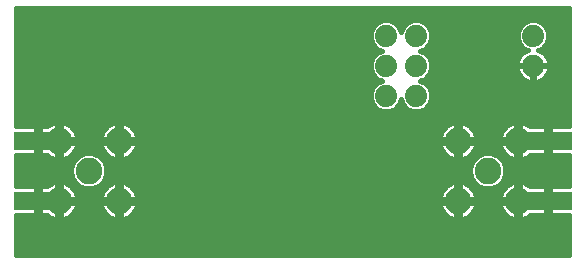
<source format=gbl>
G75*
%MOIN*%
%OFA0B0*%
%FSLAX24Y24*%
%IPPOS*%
%LPD*%
%AMOC8*
5,1,8,0,0,1.08239X$1,22.5*
%
%ADD10R,0.1600X0.0600*%
%ADD11C,0.0740*%
%ADD12C,0.0886*%
%ADD13C,0.0160*%
%ADD14C,0.0356*%
D10*
X001080Y002180D03*
X001080Y004180D03*
X018080Y004180D03*
X018080Y002180D03*
D11*
X013680Y005680D03*
X012680Y005680D03*
X012680Y006680D03*
X013680Y006680D03*
X013680Y007680D03*
X012680Y007680D03*
X017580Y007680D03*
X017580Y006680D03*
D12*
X017080Y004180D03*
X016080Y003180D03*
X015080Y002180D03*
X017080Y002180D03*
X015080Y004180D03*
X003780Y004180D03*
X001780Y004180D03*
X002780Y003180D03*
X001780Y002180D03*
X003780Y002180D03*
D13*
X000360Y001700D02*
X000360Y000360D01*
X018770Y000360D01*
X018770Y001700D01*
X018150Y001700D01*
X018150Y002110D01*
X018010Y002110D01*
X018010Y001700D01*
X017479Y001700D01*
X017406Y001647D01*
X017319Y001603D01*
X017226Y001572D01*
X017148Y001560D01*
X017148Y001758D01*
X017136Y001769D01*
X017112Y001811D01*
X017100Y001856D01*
X017100Y002110D01*
X017148Y002110D01*
X017148Y002112D01*
X017012Y002112D01*
X017012Y001560D01*
X016934Y001572D01*
X016841Y001603D01*
X016754Y001647D01*
X016674Y001705D01*
X016605Y001774D01*
X016547Y001854D01*
X016503Y001941D01*
X016472Y002034D01*
X016460Y002112D01*
X017012Y002112D01*
X017012Y002248D01*
X017012Y002800D01*
X016934Y002788D01*
X016841Y002757D01*
X016754Y002713D01*
X016674Y002655D01*
X016605Y002586D01*
X016547Y002506D01*
X016503Y002419D01*
X016472Y002326D01*
X016460Y002248D01*
X017012Y002248D01*
X017148Y002248D01*
X017148Y002250D01*
X017100Y002250D01*
X017100Y002504D01*
X017112Y002549D01*
X017136Y002591D01*
X017148Y002602D01*
X017148Y002800D01*
X017226Y002788D01*
X017319Y002757D01*
X017406Y002713D01*
X017479Y002660D01*
X018010Y002660D01*
X018010Y002250D01*
X018150Y002250D01*
X018150Y002660D01*
X018770Y002660D01*
X018770Y003700D01*
X018150Y003700D01*
X018150Y004110D01*
X018010Y004110D01*
X018010Y003700D01*
X017479Y003700D01*
X017406Y003647D01*
X017319Y003603D01*
X017226Y003572D01*
X017148Y003560D01*
X017148Y003758D01*
X017136Y003769D01*
X017112Y003811D01*
X017100Y003856D01*
X017100Y004110D01*
X017148Y004110D01*
X017148Y004112D01*
X017012Y004112D01*
X017012Y003560D01*
X016934Y003572D01*
X016841Y003603D01*
X016754Y003647D01*
X016674Y003705D01*
X016605Y003774D01*
X016547Y003854D01*
X016503Y003941D01*
X016472Y004034D01*
X016460Y004112D01*
X017012Y004112D01*
X017012Y004248D01*
X016460Y004248D01*
X016472Y004326D01*
X016503Y004419D01*
X016547Y004506D01*
X016605Y004586D01*
X016674Y004655D01*
X016754Y004713D01*
X016841Y004757D01*
X016934Y004788D01*
X017012Y004800D01*
X017012Y004248D01*
X017148Y004248D01*
X017148Y004250D01*
X017100Y004250D01*
X017100Y004504D01*
X017112Y004549D01*
X017136Y004591D01*
X017148Y004602D01*
X017148Y004800D01*
X017226Y004788D01*
X017319Y004757D01*
X017406Y004713D01*
X017479Y004660D01*
X018010Y004660D01*
X018010Y004250D01*
X018150Y004250D01*
X018150Y004660D01*
X018770Y004660D01*
X018770Y008596D01*
X000360Y008596D01*
X000360Y004660D01*
X001010Y004660D01*
X001010Y004250D01*
X001150Y004250D01*
X001150Y004660D01*
X001381Y004660D01*
X001454Y004713D01*
X001541Y004757D01*
X001634Y004788D01*
X001712Y004800D01*
X001712Y004660D01*
X001848Y004660D01*
X001848Y004800D01*
X001926Y004788D01*
X002019Y004757D01*
X002106Y004713D01*
X002186Y004655D01*
X002255Y004586D01*
X002313Y004506D01*
X002357Y004419D01*
X002388Y004326D01*
X002400Y004248D01*
X001848Y004248D01*
X001848Y004112D01*
X002400Y004112D01*
X002388Y004034D01*
X002357Y003941D01*
X002313Y003854D01*
X002255Y003774D01*
X002186Y003705D01*
X002106Y003647D01*
X002019Y003603D01*
X001926Y003572D01*
X001848Y003560D01*
X001848Y003700D01*
X001712Y003700D01*
X001712Y003560D01*
X001634Y003572D01*
X001541Y003603D01*
X001454Y003647D01*
X001381Y003700D01*
X001150Y003700D01*
X001150Y004110D01*
X001150Y004250D01*
X001160Y004250D01*
X001160Y004248D01*
X001712Y004248D01*
X001712Y004112D01*
X001160Y004112D01*
X001160Y004110D01*
X001150Y004110D01*
X001010Y004110D01*
X001010Y003700D01*
X000360Y003700D01*
X000360Y002660D01*
X001010Y002660D01*
X001010Y002250D01*
X001150Y002250D01*
X001150Y002660D01*
X001381Y002660D01*
X001454Y002713D01*
X001541Y002757D01*
X001634Y002788D01*
X001712Y002800D01*
X001712Y002660D01*
X001848Y002660D01*
X001848Y002800D01*
X001926Y002788D01*
X002019Y002757D01*
X002106Y002713D01*
X002186Y002655D01*
X002255Y002586D01*
X002313Y002506D01*
X002357Y002419D01*
X002388Y002326D01*
X002400Y002248D01*
X001848Y002248D01*
X001848Y002112D01*
X002400Y002112D01*
X002388Y002034D01*
X002357Y001941D01*
X002313Y001854D01*
X002255Y001774D01*
X002186Y001705D01*
X002106Y001647D01*
X002019Y001603D01*
X001926Y001572D01*
X001848Y001560D01*
X001848Y001700D01*
X001712Y001700D01*
X001712Y001560D01*
X001634Y001572D01*
X001541Y001603D01*
X001454Y001647D01*
X001381Y001700D01*
X001150Y001700D01*
X001150Y002110D01*
X001150Y002250D01*
X001160Y002250D01*
X001160Y002248D01*
X001712Y002248D01*
X001712Y002112D01*
X001160Y002112D01*
X001160Y002110D01*
X001150Y002110D01*
X001010Y002110D01*
X001010Y001700D01*
X000360Y001700D01*
X000360Y001607D02*
X001533Y001607D01*
X001712Y001607D02*
X001848Y001607D01*
X002027Y001607D02*
X003533Y001607D01*
X003541Y001603D02*
X003634Y001572D01*
X003712Y001560D01*
X003712Y002112D01*
X003160Y002112D01*
X003172Y002034D01*
X003203Y001941D01*
X003247Y001854D01*
X003305Y001774D01*
X003374Y001705D01*
X003454Y001647D01*
X003541Y001603D01*
X003712Y001607D02*
X003848Y001607D01*
X003848Y001560D02*
X003926Y001572D01*
X004019Y001603D01*
X004106Y001647D01*
X004186Y001705D01*
X004255Y001774D01*
X004313Y001854D01*
X004357Y001941D01*
X004388Y002034D01*
X004400Y002112D01*
X003848Y002112D01*
X003848Y002248D01*
X003712Y002248D01*
X003712Y002112D01*
X003848Y002112D01*
X003848Y001560D01*
X004027Y001607D02*
X014833Y001607D01*
X014841Y001603D02*
X014934Y001572D01*
X015012Y001560D01*
X015012Y002112D01*
X015148Y002112D01*
X015148Y002248D01*
X015700Y002248D01*
X015688Y002326D01*
X015657Y002419D01*
X015613Y002506D01*
X015555Y002586D01*
X015486Y002655D01*
X015406Y002713D01*
X015319Y002757D01*
X015226Y002788D01*
X015148Y002800D01*
X015148Y002248D01*
X015012Y002248D01*
X015012Y002112D01*
X014460Y002112D01*
X014472Y002034D01*
X014503Y001941D01*
X014547Y001854D01*
X014605Y001774D01*
X014674Y001705D01*
X014754Y001647D01*
X014841Y001603D01*
X015012Y001607D02*
X015148Y001607D01*
X015148Y001560D02*
X015226Y001572D01*
X015319Y001603D01*
X015406Y001647D01*
X015486Y001705D01*
X015555Y001774D01*
X015613Y001854D01*
X015657Y001941D01*
X015688Y002034D01*
X015700Y002112D01*
X015148Y002112D01*
X015148Y001560D01*
X015327Y001607D02*
X016833Y001607D01*
X017012Y001607D02*
X017148Y001607D01*
X017327Y001607D02*
X018770Y001607D01*
X018770Y001448D02*
X000360Y001448D01*
X000360Y001290D02*
X018770Y001290D01*
X018770Y001131D02*
X000360Y001131D01*
X000360Y000973D02*
X018770Y000973D01*
X018770Y000814D02*
X000360Y000814D01*
X000360Y000656D02*
X018770Y000656D01*
X018770Y000497D02*
X000360Y000497D01*
X001010Y001765D02*
X001150Y001765D01*
X001150Y001924D02*
X001010Y001924D01*
X001010Y002082D02*
X001150Y002082D01*
X001150Y002241D02*
X001712Y002241D01*
X001848Y002241D02*
X003712Y002241D01*
X003712Y002248D02*
X003160Y002248D01*
X003172Y002326D01*
X003203Y002419D01*
X003247Y002506D01*
X003305Y002586D01*
X003374Y002655D01*
X003454Y002713D01*
X003541Y002757D01*
X003634Y002788D01*
X003712Y002800D01*
X003712Y002248D01*
X003848Y002248D02*
X003848Y002800D01*
X003926Y002788D01*
X004019Y002757D01*
X004106Y002713D01*
X004186Y002655D01*
X004255Y002586D01*
X004313Y002506D01*
X004357Y002419D01*
X004388Y002326D01*
X004400Y002248D01*
X003848Y002248D01*
X003848Y002241D02*
X015012Y002241D01*
X015012Y002248D02*
X014460Y002248D01*
X014472Y002326D01*
X014503Y002419D01*
X014547Y002506D01*
X014605Y002586D01*
X014674Y002655D01*
X014754Y002713D01*
X014841Y002757D01*
X014934Y002788D01*
X015012Y002800D01*
X015012Y002248D01*
X015148Y002241D02*
X017012Y002241D01*
X017148Y002241D02*
X018010Y002241D01*
X018010Y002250D02*
X018010Y002110D01*
X017700Y002110D01*
X017700Y002112D01*
X017148Y002112D01*
X017148Y002248D01*
X017700Y002248D01*
X017700Y002250D01*
X018010Y002250D01*
X018010Y002399D02*
X018150Y002399D01*
X018150Y002558D02*
X018010Y002558D01*
X017400Y002716D02*
X018770Y002716D01*
X018770Y002875D02*
X016584Y002875D01*
X016574Y002850D02*
X016663Y003064D01*
X016663Y003296D01*
X016574Y003510D01*
X016410Y003674D01*
X016196Y003763D01*
X015964Y003763D01*
X015750Y003674D01*
X015586Y003510D01*
X015497Y003296D01*
X015497Y003064D01*
X015586Y002850D01*
X015750Y002686D01*
X015964Y002597D01*
X016196Y002597D01*
X016410Y002686D01*
X016574Y002850D01*
X016440Y002716D02*
X016760Y002716D01*
X017012Y002716D02*
X017148Y002716D01*
X017117Y002558D02*
X017012Y002558D01*
X017012Y002399D02*
X017100Y002399D01*
X017100Y002082D02*
X017012Y002082D01*
X017012Y001924D02*
X017100Y001924D01*
X017140Y001765D02*
X017012Y001765D01*
X016614Y001765D02*
X015546Y001765D01*
X015648Y001924D02*
X016512Y001924D01*
X016465Y002082D02*
X015695Y002082D01*
X015148Y002082D02*
X015012Y002082D01*
X015012Y001924D02*
X015148Y001924D01*
X015148Y001765D02*
X015012Y001765D01*
X014614Y001765D02*
X004246Y001765D01*
X004348Y001924D02*
X014512Y001924D01*
X014465Y002082D02*
X004395Y002082D01*
X003848Y002082D02*
X003712Y002082D01*
X003712Y001924D02*
X003848Y001924D01*
X003848Y001765D02*
X003712Y001765D01*
X003314Y001765D02*
X002246Y001765D01*
X002348Y001924D02*
X003212Y001924D01*
X003165Y002082D02*
X002395Y002082D01*
X002364Y002399D02*
X003196Y002399D01*
X003284Y002558D02*
X002276Y002558D01*
X002450Y002686D02*
X002664Y002597D01*
X002896Y002597D01*
X003110Y002686D01*
X003274Y002850D01*
X003363Y003064D01*
X003363Y003296D01*
X003274Y003510D01*
X003110Y003674D01*
X002896Y003763D01*
X002664Y003763D01*
X002450Y003674D01*
X002286Y003510D01*
X002197Y003296D01*
X002197Y003064D01*
X002286Y002850D01*
X002450Y002686D01*
X002420Y002716D02*
X002100Y002716D01*
X001848Y002716D02*
X001712Y002716D01*
X001460Y002716D02*
X000360Y002716D01*
X000360Y002875D02*
X002276Y002875D01*
X002210Y003033D02*
X000360Y003033D01*
X000360Y003192D02*
X002197Y003192D01*
X002219Y003350D02*
X000360Y003350D01*
X000360Y003509D02*
X002285Y003509D01*
X002134Y003667D02*
X002443Y003667D01*
X002292Y003826D02*
X003268Y003826D01*
X003247Y003854D02*
X003305Y003774D01*
X003374Y003705D01*
X003454Y003647D01*
X003541Y003603D01*
X003634Y003572D01*
X003712Y003560D01*
X003712Y004112D01*
X003160Y004112D01*
X003172Y004034D01*
X003203Y003941D01*
X003247Y003854D01*
X003189Y003984D02*
X002371Y003984D01*
X001848Y004143D02*
X003712Y004143D01*
X003712Y004112D02*
X003712Y004248D01*
X003160Y004248D01*
X003172Y004326D01*
X003203Y004419D01*
X003247Y004506D01*
X003305Y004586D01*
X003374Y004655D01*
X003454Y004713D01*
X003541Y004757D01*
X003634Y004788D01*
X003712Y004800D01*
X003712Y004248D01*
X003848Y004248D01*
X003848Y004800D01*
X003926Y004788D01*
X004019Y004757D01*
X004106Y004713D01*
X004186Y004655D01*
X004255Y004586D01*
X004313Y004506D01*
X004357Y004419D01*
X004388Y004326D01*
X004400Y004248D01*
X003848Y004248D01*
X003848Y004112D01*
X004400Y004112D01*
X004388Y004034D01*
X004357Y003941D01*
X004313Y003854D01*
X004255Y003774D01*
X004186Y003705D01*
X004106Y003647D01*
X004019Y003603D01*
X003926Y003572D01*
X003848Y003560D01*
X003848Y004112D01*
X003712Y004112D01*
X003712Y003984D02*
X003848Y003984D01*
X003848Y003826D02*
X003712Y003826D01*
X003712Y003667D02*
X003848Y003667D01*
X004134Y003667D02*
X014726Y003667D01*
X014754Y003647D02*
X014674Y003705D01*
X014605Y003774D01*
X014547Y003854D01*
X014503Y003941D01*
X014472Y004034D01*
X014460Y004112D01*
X015012Y004112D01*
X015148Y004112D01*
X015148Y004248D01*
X015700Y004248D01*
X015688Y004326D01*
X015657Y004419D01*
X015613Y004506D01*
X015555Y004586D01*
X015486Y004655D01*
X015406Y004713D01*
X015319Y004757D01*
X015226Y004788D01*
X015148Y004800D01*
X015148Y004248D01*
X015012Y004248D01*
X015012Y004112D01*
X015012Y003560D01*
X014934Y003572D01*
X014841Y003603D01*
X014754Y003647D01*
X015012Y003667D02*
X015148Y003667D01*
X015148Y003560D02*
X015226Y003572D01*
X015319Y003603D01*
X015406Y003647D01*
X015486Y003705D01*
X015555Y003774D01*
X015613Y003854D01*
X015657Y003941D01*
X015688Y004034D01*
X015700Y004112D01*
X015148Y004112D01*
X015148Y003560D01*
X015434Y003667D02*
X015743Y003667D01*
X015585Y003509D02*
X003275Y003509D01*
X003426Y003667D02*
X003117Y003667D01*
X003341Y003350D02*
X015519Y003350D01*
X015497Y003192D02*
X003363Y003192D01*
X003350Y003033D02*
X015510Y003033D01*
X015576Y002875D02*
X003284Y002875D01*
X003140Y002716D02*
X003460Y002716D01*
X003712Y002716D02*
X003848Y002716D01*
X004100Y002716D02*
X014760Y002716D01*
X015012Y002716D02*
X015148Y002716D01*
X015400Y002716D02*
X015720Y002716D01*
X015576Y002558D02*
X016584Y002558D01*
X016496Y002399D02*
X015664Y002399D01*
X015148Y002399D02*
X015012Y002399D01*
X015012Y002558D02*
X015148Y002558D01*
X014584Y002558D02*
X004276Y002558D01*
X004364Y002399D02*
X014496Y002399D01*
X016650Y003033D02*
X018770Y003033D01*
X018770Y003192D02*
X016663Y003192D01*
X016641Y003350D02*
X018770Y003350D01*
X018770Y003509D02*
X016575Y003509D01*
X016726Y003667D02*
X016417Y003667D01*
X016568Y003826D02*
X015592Y003826D01*
X015671Y003984D02*
X016489Y003984D01*
X017012Y003984D02*
X017100Y003984D01*
X017148Y004112D02*
X017148Y004248D01*
X017700Y004248D01*
X017700Y004250D01*
X018010Y004250D01*
X018010Y004110D01*
X017700Y004110D01*
X017700Y004112D01*
X017148Y004112D01*
X017148Y004143D02*
X018010Y004143D01*
X018010Y004301D02*
X018150Y004301D01*
X018150Y004460D02*
X018010Y004460D01*
X018010Y004618D02*
X018150Y004618D01*
X018770Y004777D02*
X017260Y004777D01*
X017148Y004777D02*
X017012Y004777D01*
X016900Y004777D02*
X015260Y004777D01*
X015148Y004777D02*
X015012Y004777D01*
X015012Y004800D02*
X014934Y004788D01*
X014841Y004757D01*
X014754Y004713D01*
X014674Y004655D01*
X014605Y004586D01*
X014547Y004506D01*
X014503Y004419D01*
X014472Y004326D01*
X014460Y004248D01*
X015012Y004248D01*
X015012Y004800D01*
X014900Y004777D02*
X003960Y004777D01*
X003848Y004777D02*
X003712Y004777D01*
X003600Y004777D02*
X001960Y004777D01*
X001848Y004777D02*
X001712Y004777D01*
X001600Y004777D02*
X000360Y004777D01*
X000360Y004935D02*
X018770Y004935D01*
X018770Y005094D02*
X000360Y005094D01*
X000360Y005252D02*
X012387Y005252D01*
X012391Y005248D02*
X012579Y005170D01*
X012781Y005170D01*
X012969Y005248D01*
X013112Y005391D01*
X013180Y005554D01*
X013248Y005391D01*
X013391Y005248D01*
X013579Y005170D01*
X013781Y005170D01*
X013969Y005248D01*
X014112Y005391D01*
X014190Y005579D01*
X014190Y005781D01*
X014112Y005969D01*
X013969Y006112D01*
X013806Y006180D01*
X013969Y006248D01*
X014112Y006391D01*
X014190Y006579D01*
X014190Y006781D01*
X014112Y006969D01*
X013969Y007112D01*
X013806Y007180D01*
X013969Y007248D01*
X014112Y007391D01*
X014190Y007579D01*
X014190Y007781D01*
X014112Y007969D01*
X013969Y008112D01*
X013781Y008190D01*
X013579Y008190D01*
X013391Y008112D01*
X013248Y007969D01*
X013180Y007806D01*
X013112Y007969D01*
X012969Y008112D01*
X012781Y008190D01*
X012579Y008190D01*
X012391Y008112D01*
X012248Y007969D01*
X012170Y007781D01*
X012170Y007579D01*
X012248Y007391D01*
X012391Y007248D01*
X012554Y007180D01*
X012391Y007112D01*
X012248Y006969D01*
X012170Y006781D01*
X012170Y006579D01*
X012248Y006391D01*
X012391Y006248D01*
X012554Y006180D01*
X012391Y006112D01*
X012248Y005969D01*
X012170Y005781D01*
X012170Y005579D01*
X012248Y005391D01*
X012391Y005248D01*
X012240Y005411D02*
X000360Y005411D01*
X000360Y005569D02*
X012174Y005569D01*
X012170Y005728D02*
X000360Y005728D01*
X000360Y005886D02*
X012213Y005886D01*
X012323Y006045D02*
X000360Y006045D01*
X000360Y006203D02*
X012499Y006203D01*
X012277Y006362D02*
X000360Y006362D01*
X000360Y006520D02*
X012194Y006520D01*
X012170Y006679D02*
X000360Y006679D01*
X000360Y006837D02*
X012193Y006837D01*
X012274Y006996D02*
X000360Y006996D01*
X000360Y007154D02*
X012492Y007154D01*
X012326Y007313D02*
X000360Y007313D01*
X000360Y007471D02*
X012215Y007471D01*
X012170Y007630D02*
X000360Y007630D01*
X000360Y007788D02*
X012173Y007788D01*
X012238Y007947D02*
X000360Y007947D01*
X000360Y008105D02*
X012384Y008105D01*
X012976Y008105D02*
X013384Y008105D01*
X013238Y007947D02*
X013122Y007947D01*
X013976Y008105D02*
X017284Y008105D01*
X017291Y008112D02*
X017148Y007969D01*
X017070Y007781D01*
X017070Y007579D01*
X017148Y007391D01*
X017291Y007248D01*
X017404Y007201D01*
X017369Y007190D01*
X017292Y007150D01*
X017222Y007100D01*
X017160Y007038D01*
X017110Y006968D01*
X017070Y006891D01*
X017044Y006809D01*
X017030Y006723D01*
X017030Y006700D01*
X017560Y006700D01*
X017560Y006660D01*
X017600Y006660D01*
X017600Y006700D01*
X018130Y006700D01*
X018130Y006723D01*
X018116Y006809D01*
X018090Y006891D01*
X018050Y006968D01*
X018000Y007038D01*
X017938Y007100D01*
X017868Y007150D01*
X017791Y007190D01*
X017756Y007201D01*
X017869Y007248D01*
X018012Y007391D01*
X018090Y007579D01*
X018090Y007781D01*
X018012Y007969D01*
X017869Y008112D01*
X017681Y008190D01*
X017479Y008190D01*
X017291Y008112D01*
X017138Y007947D02*
X014122Y007947D01*
X014187Y007788D02*
X017073Y007788D01*
X017070Y007630D02*
X014190Y007630D01*
X014145Y007471D02*
X017115Y007471D01*
X017226Y007313D02*
X014034Y007313D01*
X013868Y007154D02*
X017299Y007154D01*
X017129Y006996D02*
X014086Y006996D01*
X014167Y006837D02*
X017053Y006837D01*
X017030Y006660D02*
X017030Y006637D01*
X017044Y006551D01*
X017070Y006469D01*
X017110Y006392D01*
X017160Y006322D01*
X017222Y006260D01*
X017292Y006210D01*
X017369Y006170D01*
X017451Y006144D01*
X017537Y006130D01*
X017560Y006130D01*
X017560Y006660D01*
X017030Y006660D01*
X017054Y006520D02*
X014166Y006520D01*
X014190Y006679D02*
X017560Y006679D01*
X017600Y006679D02*
X018770Y006679D01*
X018770Y006837D02*
X018107Y006837D01*
X018031Y006996D02*
X018770Y006996D01*
X018770Y007154D02*
X017861Y007154D01*
X017934Y007313D02*
X018770Y007313D01*
X018770Y007471D02*
X018045Y007471D01*
X018090Y007630D02*
X018770Y007630D01*
X018770Y007788D02*
X018087Y007788D01*
X018022Y007947D02*
X018770Y007947D01*
X018770Y008105D02*
X017876Y008105D01*
X018770Y008264D02*
X000360Y008264D01*
X000360Y008422D02*
X018770Y008422D01*
X018770Y008581D02*
X000360Y008581D01*
X001010Y004618D02*
X001150Y004618D01*
X001150Y004460D02*
X001010Y004460D01*
X001010Y004301D02*
X001150Y004301D01*
X001150Y004143D02*
X001712Y004143D01*
X001150Y003984D02*
X001010Y003984D01*
X001010Y003826D02*
X001150Y003826D01*
X001426Y003667D02*
X000360Y003667D01*
X001712Y003667D02*
X001848Y003667D01*
X002392Y004301D02*
X003168Y004301D01*
X003223Y004460D02*
X002337Y004460D01*
X002223Y004618D02*
X003337Y004618D01*
X003712Y004618D02*
X003848Y004618D01*
X003848Y004460D02*
X003712Y004460D01*
X003712Y004301D02*
X003848Y004301D01*
X003848Y004143D02*
X015012Y004143D01*
X015148Y004143D02*
X017012Y004143D01*
X017012Y004301D02*
X017100Y004301D01*
X017100Y004460D02*
X017012Y004460D01*
X017012Y004618D02*
X017148Y004618D01*
X016637Y004618D02*
X015523Y004618D01*
X015637Y004460D02*
X016523Y004460D01*
X016468Y004301D02*
X015692Y004301D01*
X015148Y004301D02*
X015012Y004301D01*
X015012Y004460D02*
X015148Y004460D01*
X015148Y004618D02*
X015012Y004618D01*
X014637Y004618D02*
X004223Y004618D01*
X004337Y004460D02*
X014523Y004460D01*
X014468Y004301D02*
X004392Y004301D01*
X004371Y003984D02*
X014489Y003984D01*
X014568Y003826D02*
X004292Y003826D01*
X003848Y002558D02*
X003712Y002558D01*
X003712Y002399D02*
X003848Y002399D01*
X001150Y002399D02*
X001010Y002399D01*
X001010Y002558D02*
X001150Y002558D01*
X012973Y005252D02*
X013387Y005252D01*
X013240Y005411D02*
X013120Y005411D01*
X013973Y005252D02*
X018770Y005252D01*
X018770Y005411D02*
X014120Y005411D01*
X014186Y005569D02*
X018770Y005569D01*
X018770Y005728D02*
X014190Y005728D01*
X014147Y005886D02*
X018770Y005886D01*
X018770Y006045D02*
X014037Y006045D01*
X013861Y006203D02*
X017305Y006203D01*
X017132Y006362D02*
X014083Y006362D01*
X017560Y006362D02*
X017600Y006362D01*
X017600Y006520D02*
X017560Y006520D01*
X017600Y006660D02*
X017600Y006130D01*
X017623Y006130D01*
X017709Y006144D01*
X017791Y006170D01*
X017868Y006210D01*
X017938Y006260D01*
X018000Y006322D01*
X018050Y006392D01*
X018090Y006469D01*
X018116Y006551D01*
X018130Y006637D01*
X018130Y006660D01*
X017600Y006660D01*
X018106Y006520D02*
X018770Y006520D01*
X018770Y006362D02*
X018028Y006362D01*
X017855Y006203D02*
X018770Y006203D01*
X017600Y006203D02*
X017560Y006203D01*
X018010Y003984D02*
X018150Y003984D01*
X018150Y003826D02*
X018010Y003826D01*
X017434Y003667D02*
X018770Y003667D01*
X017148Y003667D02*
X017012Y003667D01*
X017012Y003826D02*
X017108Y003826D01*
X015148Y003826D02*
X015012Y003826D01*
X015012Y003984D02*
X015148Y003984D01*
X018010Y002082D02*
X018150Y002082D01*
X018150Y001924D02*
X018010Y001924D01*
X018010Y001765D02*
X018150Y001765D01*
D14*
X018280Y001480D03*
X017680Y001480D03*
X017080Y001480D03*
X016480Y001480D03*
X015880Y001480D03*
X015230Y001280D03*
X014580Y001080D03*
X013980Y001080D03*
X013380Y001080D03*
X012780Y001080D03*
X012180Y001080D03*
X011580Y001080D03*
X010980Y001080D03*
X010380Y001080D03*
X009880Y001480D03*
X009280Y001480D03*
X008680Y001480D03*
X008080Y001480D03*
X007480Y001480D03*
X006880Y001480D03*
X006280Y001480D03*
X005680Y001480D03*
X005080Y001480D03*
X004480Y001480D03*
X003880Y001480D03*
X003280Y001480D03*
X002680Y001480D03*
X002080Y001480D03*
X001480Y001480D03*
X000880Y001480D03*
X005330Y002580D03*
X005980Y003780D03*
X005680Y004880D03*
X005080Y004880D03*
X004480Y004880D03*
X003880Y004880D03*
X003280Y004880D03*
X002680Y004880D03*
X002080Y004880D03*
X001480Y004880D03*
X000880Y004880D03*
X005080Y005680D03*
X006280Y004880D03*
X007480Y004880D03*
X008130Y004880D03*
X008830Y004880D03*
X009530Y004880D03*
X010230Y004880D03*
X010880Y004880D03*
X011530Y004880D03*
X012180Y004880D03*
X012830Y004880D03*
X013280Y004480D03*
X013980Y005030D03*
X015280Y004880D03*
X015880Y004880D03*
X016480Y004880D03*
X017080Y004880D03*
X017680Y004880D03*
X018280Y004880D03*
X015780Y006430D03*
X014680Y006380D03*
X012080Y006180D03*
X010430Y006180D03*
X012080Y007180D03*
X011530Y007480D03*
X008680Y007230D03*
X006930Y007530D03*
X005130Y007480D03*
X006880Y005630D03*
X012880Y003630D03*
X011180Y002680D03*
M02*

</source>
